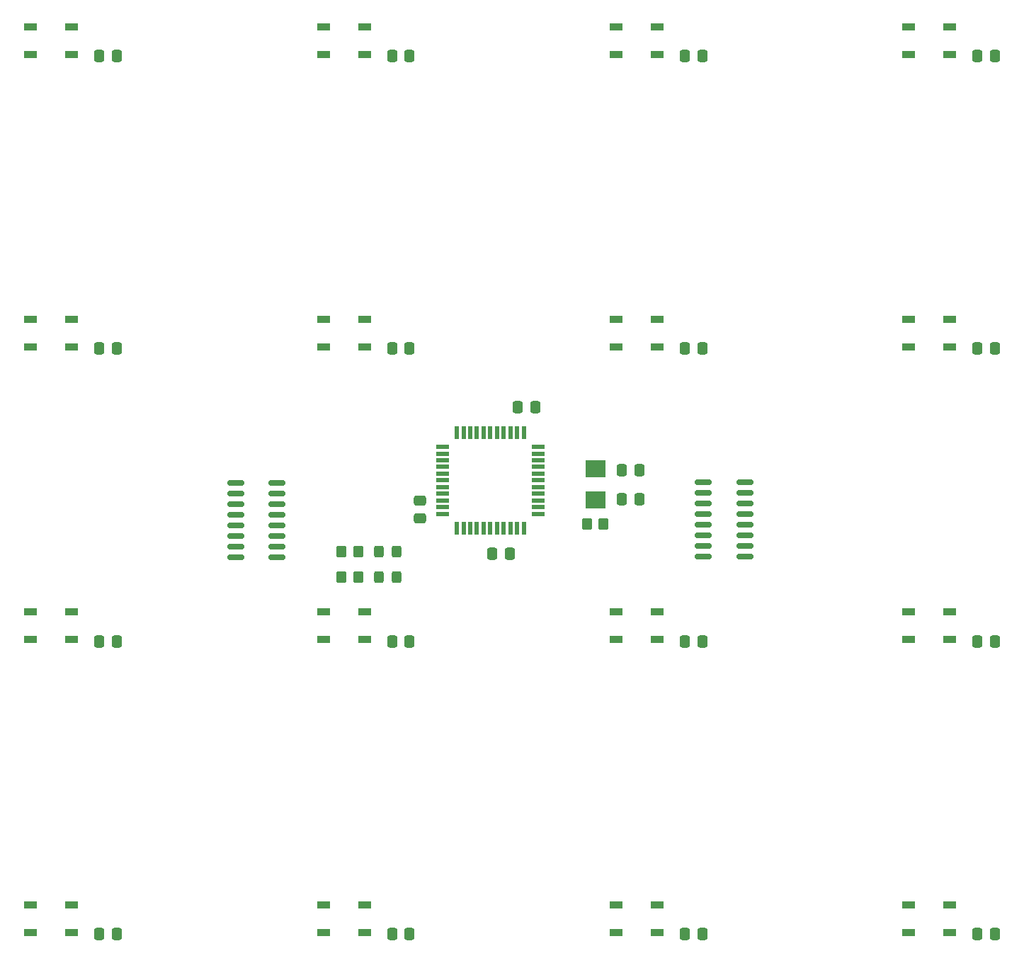
<source format=gbr>
%TF.GenerationSoftware,KiCad,Pcbnew,(7.0.0-0)*%
%TF.CreationDate,2023-05-03T20:48:31-04:00*%
%TF.ProjectId,InteractiveLEDs,496e7465-7261-4637-9469-76654c454473,rev?*%
%TF.SameCoordinates,Original*%
%TF.FileFunction,Paste,Top*%
%TF.FilePolarity,Positive*%
%FSLAX46Y46*%
G04 Gerber Fmt 4.6, Leading zero omitted, Abs format (unit mm)*
G04 Created by KiCad (PCBNEW (7.0.0-0)) date 2023-05-03 20:48:31*
%MOMM*%
%LPD*%
G01*
G04 APERTURE LIST*
G04 Aperture macros list*
%AMRoundRect*
0 Rectangle with rounded corners*
0 $1 Rounding radius*
0 $2 $3 $4 $5 $6 $7 $8 $9 X,Y pos of 4 corners*
0 Add a 4 corners polygon primitive as box body*
4,1,4,$2,$3,$4,$5,$6,$7,$8,$9,$2,$3,0*
0 Add four circle primitives for the rounded corners*
1,1,$1+$1,$2,$3*
1,1,$1+$1,$4,$5*
1,1,$1+$1,$6,$7*
1,1,$1+$1,$8,$9*
0 Add four rect primitives between the rounded corners*
20,1,$1+$1,$2,$3,$4,$5,0*
20,1,$1+$1,$4,$5,$6,$7,0*
20,1,$1+$1,$6,$7,$8,$9,0*
20,1,$1+$1,$8,$9,$2,$3,0*%
G04 Aperture macros list end*
%ADD10RoundRect,0.250000X0.325000X0.450000X-0.325000X0.450000X-0.325000X-0.450000X0.325000X-0.450000X0*%
%ADD11R,1.500000X0.900000*%
%ADD12RoundRect,0.250000X-0.337500X-0.475000X0.337500X-0.475000X0.337500X0.475000X-0.337500X0.475000X0*%
%ADD13R,0.550000X1.500000*%
%ADD14R,1.500000X0.550000*%
%ADD15R,2.400000X2.000000*%
%ADD16RoundRect,0.250000X-0.475000X0.337500X-0.475000X-0.337500X0.475000X-0.337500X0.475000X0.337500X0*%
%ADD17RoundRect,0.250000X0.350000X0.450000X-0.350000X0.450000X-0.350000X-0.450000X0.350000X-0.450000X0*%
%ADD18RoundRect,0.150000X0.825000X0.150000X-0.825000X0.150000X-0.825000X-0.150000X0.825000X-0.150000X0*%
%ADD19RoundRect,0.150000X-0.825000X-0.150000X0.825000X-0.150000X0.825000X0.150000X-0.825000X0.150000X0*%
G04 APERTURE END LIST*
D10*
%TO.C,D18*%
X136720000Y-101765000D03*
X134670000Y-101765000D03*
%TD*%
D11*
%TO.C,D4*%
X202899999Y-42299999D03*
X202899999Y-38999999D03*
X197999999Y-38999999D03*
X197999999Y-42299999D03*
%TD*%
%TO.C,D1*%
X97899999Y-42299999D03*
X97899999Y-38999999D03*
X92999999Y-38999999D03*
X92999999Y-42299999D03*
%TD*%
D12*
%TO.C,C3*%
X171212500Y-42500000D03*
X173287500Y-42500000D03*
%TD*%
D11*
%TO.C,D12*%
X202899999Y-112299999D03*
X202899999Y-108999999D03*
X197999999Y-108999999D03*
X197999999Y-112299999D03*
%TD*%
D12*
%TO.C,C19*%
X163712500Y-95500000D03*
X165787500Y-95500000D03*
%TD*%
D13*
%TO.C,U1*%
X143949999Y-98949999D03*
X144749999Y-98949999D03*
X145549999Y-98949999D03*
X146349999Y-98949999D03*
X147149999Y-98949999D03*
X147949999Y-98949999D03*
X148749999Y-98949999D03*
X149549999Y-98949999D03*
X150349999Y-98949999D03*
X151149999Y-98949999D03*
X151949999Y-98949999D03*
D14*
X153649999Y-97249999D03*
X153649999Y-96449999D03*
X153649999Y-95649999D03*
X153649999Y-94849999D03*
X153649999Y-94049999D03*
X153649999Y-93249999D03*
X153649999Y-92449999D03*
X153649999Y-91649999D03*
X153649999Y-90849999D03*
X153649999Y-90049999D03*
X153649999Y-89249999D03*
D13*
X151949999Y-87549999D03*
X151149999Y-87549999D03*
X150349999Y-87549999D03*
X149549999Y-87549999D03*
X148749999Y-87549999D03*
X147949999Y-87549999D03*
X147149999Y-87549999D03*
X146349999Y-87549999D03*
X145549999Y-87549999D03*
X144749999Y-87549999D03*
X143949999Y-87549999D03*
D14*
X142249999Y-89249999D03*
X142249999Y-90049999D03*
X142249999Y-90849999D03*
X142249999Y-91649999D03*
X142249999Y-92449999D03*
X142249999Y-93249999D03*
X142249999Y-94049999D03*
X142249999Y-94849999D03*
X142249999Y-95649999D03*
X142249999Y-96449999D03*
X142249999Y-97249999D03*
%TD*%
D11*
%TO.C,D16*%
X97899999Y-147299999D03*
X97899999Y-143999999D03*
X92999999Y-143999999D03*
X92999999Y-147299999D03*
%TD*%
%TO.C,D14*%
X167899999Y-147299999D03*
X167899999Y-143999999D03*
X162999999Y-143999999D03*
X162999999Y-147299999D03*
%TD*%
D12*
%TO.C,C2*%
X136212500Y-42500000D03*
X138287500Y-42500000D03*
%TD*%
D15*
%TO.C,Y1*%
X160499999Y-91899999D03*
X160499999Y-95599999D03*
%TD*%
D12*
%TO.C,C6*%
X171212500Y-77500000D03*
X173287500Y-77500000D03*
%TD*%
%TO.C,C22*%
X151262500Y-84500000D03*
X153337500Y-84500000D03*
%TD*%
D11*
%TO.C,D11*%
X167899999Y-112299999D03*
X167899999Y-108999999D03*
X162999999Y-108999999D03*
X162999999Y-112299999D03*
%TD*%
D12*
%TO.C,C15*%
X136212500Y-147500000D03*
X138287500Y-147500000D03*
%TD*%
%TO.C,C16*%
X101212500Y-147500000D03*
X103287500Y-147500000D03*
%TD*%
%TO.C,C13*%
X206212500Y-147500000D03*
X208287500Y-147500000D03*
%TD*%
%TO.C,C18*%
X163712500Y-92000000D03*
X165787500Y-92000000D03*
%TD*%
%TO.C,C8*%
X101212500Y-77500000D03*
X103287500Y-77500000D03*
%TD*%
D10*
%TO.C,D17*%
X136720000Y-104805000D03*
X134670000Y-104805000D03*
%TD*%
D16*
%TO.C,C21*%
X139500000Y-95712500D03*
X139500000Y-97787500D03*
%TD*%
D12*
%TO.C,C10*%
X136212500Y-112500000D03*
X138287500Y-112500000D03*
%TD*%
D11*
%TO.C,D15*%
X132899999Y-147299999D03*
X132899999Y-143999999D03*
X127999999Y-143999999D03*
X127999999Y-147299999D03*
%TD*%
%TO.C,D7*%
X132899999Y-77299999D03*
X132899999Y-73999999D03*
X127999999Y-73999999D03*
X127999999Y-77299999D03*
%TD*%
D17*
%TO.C,R29*%
X132150000Y-101750000D03*
X130150000Y-101750000D03*
%TD*%
D12*
%TO.C,C12*%
X206212500Y-112500000D03*
X208287500Y-112500000D03*
%TD*%
D11*
%TO.C,D3*%
X167899999Y-42299999D03*
X167899999Y-38999999D03*
X162999999Y-38999999D03*
X162999999Y-42299999D03*
%TD*%
D17*
%TO.C,R28*%
X132150000Y-104850000D03*
X130150000Y-104850000D03*
%TD*%
D11*
%TO.C,D9*%
X97899999Y-112299999D03*
X97899999Y-108999999D03*
X92999999Y-108999999D03*
X92999999Y-112299999D03*
%TD*%
D12*
%TO.C,C1*%
X101212500Y-42500000D03*
X103287500Y-42500000D03*
%TD*%
D11*
%TO.C,D2*%
X132899999Y-42299999D03*
X132899999Y-38999999D03*
X127999999Y-38999999D03*
X127999999Y-42299999D03*
%TD*%
D12*
%TO.C,C5*%
X206212500Y-77500000D03*
X208287500Y-77500000D03*
%TD*%
D17*
%TO.C,R25*%
X161500000Y-98500000D03*
X159500000Y-98500000D03*
%TD*%
D18*
%TO.C,U3*%
X178375000Y-102345000D03*
X178375000Y-101075000D03*
X178375000Y-99805000D03*
X178375000Y-98535000D03*
X178375000Y-97265000D03*
X178375000Y-95995000D03*
X178375000Y-94725000D03*
X178375000Y-93455000D03*
X173425000Y-93455000D03*
X173425000Y-94725000D03*
X173425000Y-95995000D03*
X173425000Y-97265000D03*
X173425000Y-98535000D03*
X173425000Y-99805000D03*
X173425000Y-101075000D03*
X173425000Y-102345000D03*
%TD*%
D12*
%TO.C,C11*%
X171212500Y-112500000D03*
X173287500Y-112500000D03*
%TD*%
D19*
%TO.C,U2*%
X117525000Y-93555000D03*
X117525000Y-94825000D03*
X117525000Y-96095000D03*
X117525000Y-97365000D03*
X117525000Y-98635000D03*
X117525000Y-99905000D03*
X117525000Y-101175000D03*
X117525000Y-102445000D03*
X122475000Y-102445000D03*
X122475000Y-101175000D03*
X122475000Y-99905000D03*
X122475000Y-98635000D03*
X122475000Y-97365000D03*
X122475000Y-96095000D03*
X122475000Y-94825000D03*
X122475000Y-93555000D03*
%TD*%
D12*
%TO.C,C7*%
X136212500Y-77500000D03*
X138287500Y-77500000D03*
%TD*%
%TO.C,C20*%
X148212500Y-102000000D03*
X150287500Y-102000000D03*
%TD*%
D11*
%TO.C,D5*%
X202899999Y-77299999D03*
X202899999Y-73999999D03*
X197999999Y-73999999D03*
X197999999Y-77299999D03*
%TD*%
D12*
%TO.C,C9*%
X101212500Y-112500000D03*
X103287500Y-112500000D03*
%TD*%
D11*
%TO.C,D6*%
X167899999Y-77299999D03*
X167899999Y-73999999D03*
X162999999Y-73999999D03*
X162999999Y-77299999D03*
%TD*%
%TO.C,D10*%
X132899999Y-112299999D03*
X132899999Y-108999999D03*
X127999999Y-108999999D03*
X127999999Y-112299999D03*
%TD*%
D12*
%TO.C,C14*%
X171212500Y-147500000D03*
X173287500Y-147500000D03*
%TD*%
D11*
%TO.C,D8*%
X97899999Y-77299999D03*
X97899999Y-73999999D03*
X92999999Y-73999999D03*
X92999999Y-77299999D03*
%TD*%
%TO.C,D13*%
X202899999Y-147299999D03*
X202899999Y-143999999D03*
X197999999Y-143999999D03*
X197999999Y-147299999D03*
%TD*%
D12*
%TO.C,C4*%
X206212500Y-42500000D03*
X208287500Y-42500000D03*
%TD*%
M02*

</source>
